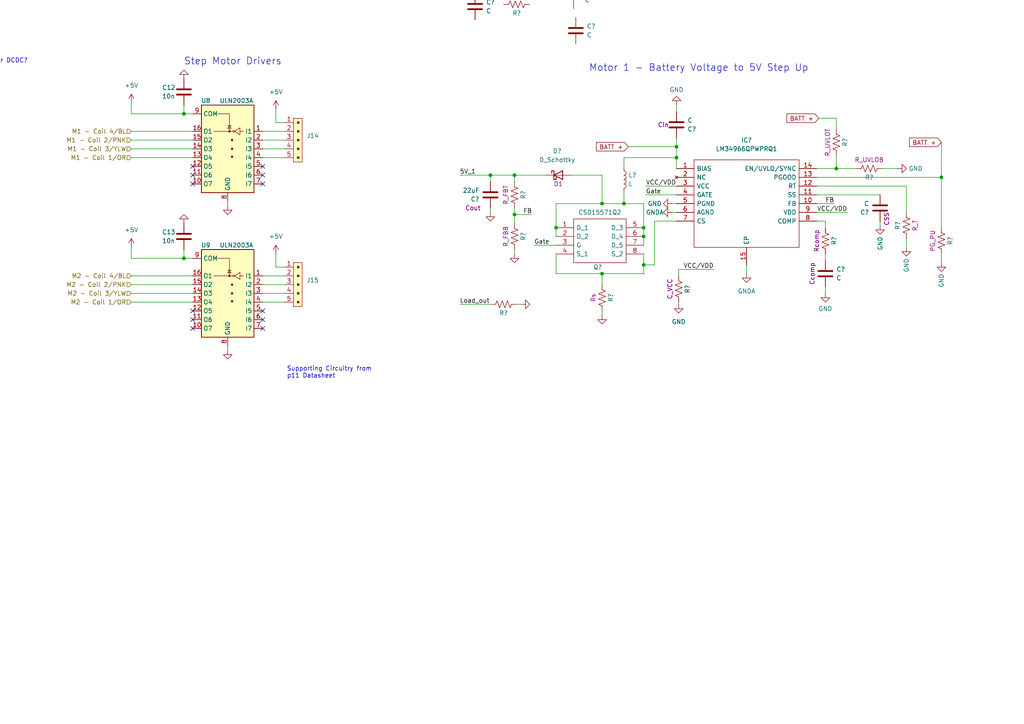
<source format=kicad_sch>
(kicad_sch (version 20211123) (generator eeschema)
  (paper "A4")
  (lib_symbols
    (symbol "CSD15571Q2:CSD15571Q2" (pin_names (offset 0.762))
      (property "Reference" "Q" (at 21.59 7.62 0))
      (property "Value" "CSD15571Q2" (at 21.59 5.08 0))
      (symbol "CSD15571Q2_0_0"
        (pin passive line (at 0 0 0) (length 5.08) (name "D_1") (number "1"))
        (pin passive line (at 0 -2.54 0) (length 5.08) (name "D_2") (number "2"))
        (pin passive line (at 0 -5.08 0) (length 5.08) (name "G") (number "3"))
        (pin passive line (at 0 -7.62 0) (length 5.08) (name "S_1") (number "4"))
        (pin passive line (at 25.4 0 180) (length 5.08) (name "D_3") (number "5"))
        (pin passive line (at 25.4 -2.54 180) (length 5.08) (name "D_4") (number "6"))
        (pin passive line (at 25.4 -5.08 180) (length 5.08) (name "D_5") (number "7"))
        (pin passive line (at 25.4 -7.62 180) (length 5.08) (name "S_2") (number "8"))
      )
      (symbol "CSD15571Q2_0_1"
        (polyline (pts (xy 5.08 2.54) (xy 20.32 2.54) (xy 20.32 -10.16) (xy 5.08 -10.16) (xy 5.08 2.54)) (stroke (width 0.1524)))
      )
    )
    (symbol "Device:C" (pin_numbers hide) (pin_names (offset 0.254))
      (property "Reference" "C" (at 0.635 2.54 0))
      (property "Value" "C" (at 0.635 -2.54 0))
      (symbol "C_0_1"
        (polyline (pts (xy -2.032 -0.762) (xy 2.032 -0.762)) (stroke (width 0.508)))
        (polyline (pts (xy -2.032 0.762) (xy 2.032 0.762)) (stroke (width 0.508)))
      )
      (symbol "C_1_1"
        (pin passive line (at 0 3.81 270) (length 2.794) (name "~") (number "1"))
        (pin passive line (at 0 -3.81 90) (length 2.794) (name "~") (number "2"))
      )
    )
    (symbol "Device:D_Schottky" (pin_numbers hide) (pin_names (offset 1.016) hide)
      (property "Reference" "D" (at 0 2.54 0))
      (property "Value" "D_Schottky" (at 0 -2.54 0))
      (symbol "D_Schottky_0_1"
        (polyline (pts (xy 1.27 0) (xy -1.27 0)))
        (polyline (pts (xy 1.27 1.27) (xy 1.27 -1.27) (xy -1.27 0) (xy 1.27 1.27)) (stroke (width 0.254)))
        (polyline (pts (xy -1.905 0.635) (xy -1.905 1.27) (xy -1.27 1.27) (xy -1.27 -1.27) (xy -0.635 -1.27) (xy -0.635 -0.635)) (stroke (width 0.254)))
      )
      (symbol "D_Schottky_1_1"
        (pin passive line (at -3.81 0 0) (length 2.54) (name "K") (number "1"))
        (pin passive line (at 3.81 0 180) (length 2.54) (name "A") (number "2"))
      )
    )
    (symbol "Device:L" (pin_numbers hide) (pin_names (offset 1.016) hide)
      (property "Reference" "L" (at -1.27 0 90))
      (property "Value" "L" (at 1.905 0 90))
      (symbol "L_0_1"
        (arc (start 0 -2.54) (mid 0.635 -1.905) (end 0 -1.27))
        (arc (start 0 -1.27) (mid 0.635 -0.635) (end 0 0))
        (arc (start 0 0) (mid 0.635 0.635) (end 0 1.27))
        (arc (start 0 1.27) (mid 0.635 1.905) (end 0 2.54))
      )
      (symbol "L_1_1"
        (pin passive line (at 0 3.81 270) (length 1.27) (name "1") (number "1"))
        (pin passive line (at 0 -3.81 90) (length 1.27) (name "2") (number "2"))
      )
    )
    (symbol "Device:R_US" (pin_numbers hide) (pin_names (offset 0))
      (property "Reference" "R" (at 2.54 0 90))
      (property "Value" "R_US" (at -2.54 0 90))
      (symbol "R_US_0_1"
        (polyline (pts (xy 0 -2.286) (xy 0 -2.54)))
        (polyline (pts (xy 0 2.286) (xy 0 2.54)))
        (polyline (pts (xy 0 -0.762) (xy 1.016 -1.143) (xy 0 -1.524) (xy -1.016 -1.905) (xy 0 -2.286)))
        (polyline (pts (xy 0 0.762) (xy 1.016 0.381) (xy 0 0) (xy -1.016 -0.381) (xy 0 -0.762)))
        (polyline (pts (xy 0 2.286) (xy 1.016 1.905) (xy 0 1.524) (xy -1.016 1.143) (xy 0 0.762)))
      )
      (symbol "R_US_1_1"
        (pin passive line (at 0 3.81 270) (length 1.27) (name "~") (number "1"))
        (pin passive line (at 0 -3.81 90) (length 1.27) (name "~") (number "2"))
      )
    )
    (symbol "LM34966QPWPRQ1:LM34966QPWPRQ1" (pin_names (offset 0.762))
      (property "Reference" "IC" (at 36.83 7.62 0))
      (property "Value" "LM34966QPWPRQ1" (at 36.83 5.08 0))
      (symbol "LM34966QPWPRQ1_0_0"
        (pin passive line (at 0 0 0) (length 5.08) (name "BIAS") (number "1"))
        (pin passive line (at 40.64 -10.16 180) (length 5.08) (name "FB") (number "10"))
        (pin passive line (at 40.64 -7.62 180) (length 5.08) (name "SS") (number "11"))
        (pin passive line (at 40.64 -5.08 180) (length 5.08) (name "RT") (number "12"))
        (pin passive line (at 40.64 -2.54 180) (length 5.08) (name "PGOOD") (number "13"))
        (pin passive line (at 40.64 0 180) (length 5.08) (name "EN/UVLO/SYNC") (number "14"))
        (pin passive line (at 20.32 -27.94 90) (length 5.08) (name "EP") (number "15"))
        (pin no_connect line (at 0 -2.54 0) (length 5.08) (name "NC") (number "2"))
        (pin passive line (at 0 -5.08 0) (length 5.08) (name "VCC") (number "3"))
        (pin passive line (at 0 -7.62 0) (length 5.08) (name "GATE") (number "4"))
        (pin passive line (at 0 -10.16 0) (length 5.08) (name "PGND") (number "5"))
        (pin passive line (at 0 -12.7 0) (length 5.08) (name "AGND") (number "6"))
        (pin passive line (at 0 -15.24 0) (length 5.08) (name "CS") (number "7"))
        (pin passive line (at 40.64 -15.24 180) (length 5.08) (name "COMP") (number "8"))
        (pin passive line (at 40.64 -12.7 180) (length 5.08) (name "VDD") (number "9"))
      )
      (symbol "LM34966QPWPRQ1_0_1"
        (polyline (pts (xy 5.08 2.54) (xy 35.56 2.54) (xy 35.56 -22.86) (xy 5.08 -22.86) (xy 5.08 2.54)) (stroke (width 0.1524)))
      )
    )
    (symbol "Transistor_Array:ULN2003A"
      (property "Reference" "U" (at 0 15.875 0))
      (property "Value" "ULN2003A" (at 0 13.97 0))
      (symbol "ULN2003A_0_1"
        (rectangle (start -7.62 -12.7) (end 7.62 12.7) (stroke (width 0.254)) (fill (type background)))
        (circle (center -1.778 5.08) (radius 0.254))
        (circle (center -1.27 -2.286) (radius 0.254) (fill (type outline)))
        (circle (center -1.27 0) (radius 0.254) (fill (type outline)))
        (circle (center -1.27 2.54) (radius 0.254) (fill (type outline)))
        (circle (center -0.508 5.08) (radius 0.254) (fill (type outline)))
        (polyline (pts (xy -4.572 5.08) (xy -3.556 5.08)))
        (polyline (pts (xy -1.524 5.08) (xy 4.064 5.08)))
        (polyline (pts (xy 0 6.731) (xy -1.016 6.731)))
        (polyline (pts (xy -0.508 5.08) (xy -0.508 10.16) (xy 2.921 10.16)))
        (polyline (pts (xy -3.556 6.096) (xy -3.556 4.064) (xy -2.032 5.08) (xy -3.556 6.096)))
        (polyline (pts (xy 0 5.969) (xy -1.016 5.969) (xy -0.508 6.731) (xy 0 5.969)))
      )
      (symbol "ULN2003A_1_1"
        (pin input line (at -10.16 5.08 0) (length 2.54) (name "I1") (number "1"))
        (pin open_collector line (at 10.16 -10.16 180) (length 2.54) (name "O7") (number "10"))
        (pin open_collector line (at 10.16 -7.62 180) (length 2.54) (name "O6") (number "11"))
        (pin open_collector line (at 10.16 -5.08 180) (length 2.54) (name "O5") (number "12"))
        (pin open_collector line (at 10.16 -2.54 180) (length 2.54) (name "O4") (number "13"))
        (pin open_collector line (at 10.16 0 180) (length 2.54) (name "O3") (number "14"))
        (pin open_collector line (at 10.16 2.54 180) (length 2.54) (name "O2") (number "15"))
        (pin open_collector line (at 10.16 5.08 180) (length 2.54) (name "O1") (number "16"))
        (pin input line (at -10.16 2.54 0) (length 2.54) (name "I2") (number "2"))
        (pin input line (at -10.16 0 0) (length 2.54) (name "I3") (number "3"))
        (pin input line (at -10.16 -2.54 0) (length 2.54) (name "I4") (number "4"))
        (pin input line (at -10.16 -5.08 0) (length 2.54) (name "I5") (number "5"))
        (pin input line (at -10.16 -7.62 0) (length 2.54) (name "I6") (number "6"))
        (pin input line (at -10.16 -10.16 0) (length 2.54) (name "I7") (number "7"))
        (pin power_in line (at 0 -15.24 90) (length 2.54) (name "GND") (number "8"))
        (pin passive line (at 10.16 10.16 180) (length 2.54) (name "COM") (number "9"))
      )
    )
    (symbol "dk_Rectangular-Connectors-Headers-Male-Pins:B5B-XH-A_LF__SN_" (pin_names (offset 1.016))
      (property "Reference" "J" (at -2.54 -1.27 0))
      (property "Value" "B5B-XH-A_LF__SN_" (at 5.08 -3.81 0))
      (symbol "B5B-XH-A_LF__SN__1_1"
        (rectangle (start -1.27 0) (end 11.43 -2.54) (fill (type background)))
        (rectangle (start -0.254 -1.143) (end 0.254 -1.651) (fill (type outline)))
        (rectangle (start 2.286 -1.143) (end 2.794 -1.651) (fill (type outline)))
        (rectangle (start 4.826 -1.143) (end 5.334 -1.651) (fill (type outline)))
        (rectangle (start 7.366 -1.143) (end 7.874 -1.651) (fill (type outline)))
        (rectangle (start 9.906 -1.143) (end 10.414 -1.651) (fill (type outline)))
        (pin passive line (at 0 2.54 270) (length 2.54) (name "~") (number "1"))
        (pin passive line (at 2.54 2.54 270) (length 2.54) (name "~") (number "2"))
        (pin passive line (at 5.08 2.54 270) (length 2.54) (name "~") (number "3"))
        (pin passive line (at 7.62 2.54 270) (length 2.54) (name "~") (number "4"))
        (pin passive line (at 10.16 2.54 270) (length 2.54) (name "~") (number "5"))
      )
    )
    (symbol "power:+5V" (power) (pin_names (offset 0))
      (property "Value" "+5V" (at 0 3.556 0))
      (symbol "+5V_0_1"
        (polyline (pts (xy -0.762 1.27) (xy 0 2.54)))
        (polyline (pts (xy 0 0) (xy 0 2.54)))
        (polyline (pts (xy 0 2.54) (xy 0.762 1.27)))
      )
      (symbol "+5V_1_1"
        (pin power_in line (at 0 0 90) (length 0) hide (name "+5V") (number "1"))
      )
    )
    (symbol "power:GND" (power) (pin_names (offset 0))
      (property "Value" "GND" (at 0 -3.81 0))
      (symbol "GND_0_1"
        (polyline (pts (xy 0 0) (xy 0 -1.27) (xy 1.27 -1.27) (xy 0 -2.54) (xy -1.27 -1.27) (xy 0 -1.27)))
      )
      (symbol "GND_1_1"
        (pin power_in line (at 0 0 270) (length 0) hide (name "GND") (number "1"))
      )
    )
    (symbol "power:GNDA" (power) (pin_names (offset 0))
      (property "Value" "GNDA" (at 0 -3.81 0))
      (symbol "GNDA_0_1"
        (polyline (pts (xy 0 0) (xy 0 -1.27) (xy 1.27 -1.27) (xy 0 -2.54) (xy -1.27 -1.27) (xy 0 -1.27)))
      )
      (symbol "GNDA_1_1"
        (pin power_in line (at 0 0 270) (length 0) hide (name "GNDA") (number "1"))
      )
    )
  )
  (junction (at 186.69 76.835))
  (junction (at 196.215 45.72))
  (junction (at 149.225 62.23))
  (junction (at 53.34 33.02))
  (junction (at 53.34 74.93))
  (junction (at 174.625 59.055))
  (junction (at 242.57 48.895))
  (junction (at 161.29 66.04))
  (junction (at 196.215 42.545))
  (junction (at 186.69 66.04))
  (junction (at 273.05 51.435))
  (junction (at 149.225 50.8))
  (junction (at 180.975 59.055))
  (junction (at 142.24 50.8))
  (junction (at 174.625 79.375))
  (junction (at 186.69 68.58))
  (no_connect (at 76.2 50.8))
  (no_connect (at 76.2 95.25))
  (no_connect (at 55.88 95.25))
  (no_connect (at 76.2 48.26))
  (no_connect (at 76.2 90.17))
  (no_connect (at 76.2 53.34))
  (no_connect (at 55.88 50.8))
  (no_connect (at 55.88 53.34))
  (no_connect (at 55.88 48.26))
  (no_connect (at 55.88 90.17))
  (no_connect (at 55.88 92.71))
  (no_connect (at 76.2 92.71))
  (wire (pts (xy 161.29 73.66) (xy 161.29 79.375)))
  (wire (pts (xy 82.55 40.64) (xy 76.2 40.64)))
  (wire (pts (xy 149.225 60.325) (xy 149.225 62.23)))
  (wire (pts (xy 174.625 90.17) (xy 174.625 91.44)))
  (wire (pts (xy 242.57 48.895) (xy 242.57 45.085)))
  (wire (pts (xy 133.35 50.8) (xy 142.24 50.8)))
  (wire (pts (xy 239.395 73.66) (xy 239.395 75.565)))
  (wire (pts (xy 53.34 33.02) (xy 38.1 33.02)))
  (wire (pts (xy 82.55 77.47) (xy 80.01 77.47)))
  (wire (pts (xy 53.34 72.39) (xy 53.34 74.93)))
  (wire (pts (xy 82.55 43.18) (xy 76.2 43.18)))
  (wire (pts (xy 196.215 61.595) (xy 194.945 61.595)))
  (wire (pts (xy 255.905 48.895) (xy 260.35 48.895)))
  (wire (pts (xy 133.35 88.265) (xy 142.24 88.265)))
  (wire (pts (xy 82.55 38.1) (xy 76.2 38.1)))
  (wire (pts (xy 196.215 32.385) (xy 196.215 30.48)))
  (wire (pts (xy 180.975 45.72) (xy 180.975 48.26)))
  (wire (pts (xy 149.225 62.23) (xy 149.225 64.77)))
  (wire (pts (xy 142.24 50.8) (xy 142.24 52.705)))
  (wire (pts (xy 186.69 76.835) (xy 189.865 76.835)))
  (wire (pts (xy 53.34 30.48) (xy 53.34 33.02)))
  (wire (pts (xy 174.625 59.055) (xy 174.625 50.8)))
  (wire (pts (xy 55.88 40.64) (xy 38.1 40.64)))
  (wire (pts (xy 196.215 45.72) (xy 196.215 42.545)))
  (wire (pts (xy 196.215 48.895) (xy 196.215 45.72)))
  (wire (pts (xy 149.225 50.8) (xy 158.115 50.8)))
  (wire (pts (xy 53.34 74.93) (xy 38.1 74.93)))
  (wire (pts (xy 196.215 42.545) (xy 196.215 40.005)))
  (wire (pts (xy 262.89 69.215) (xy 262.89 71.755)))
  (wire (pts (xy 174.625 79.375) (xy 186.69 79.375)))
  (wire (pts (xy 149.225 62.23) (xy 154.305 62.23)))
  (wire (pts (xy 149.86 88.265) (xy 151.13 88.265)))
  (wire (pts (xy 142.24 60.325) (xy 142.24 61.595)))
  (wire (pts (xy 80.01 73.66) (xy 80.01 77.47)))
  (wire (pts (xy 55.88 38.1) (xy 38.1 38.1)))
  (wire (pts (xy 55.88 87.63) (xy 38.1 87.63)))
  (wire (pts (xy 82.55 35.56) (xy 80.01 35.56)))
  (wire (pts (xy 55.88 45.72) (xy 38.1 45.72)))
  (wire (pts (xy 161.29 59.055) (xy 174.625 59.055)))
  (wire (pts (xy 242.57 48.895) (xy 248.285 48.895)))
  (wire (pts (xy 149.225 72.39) (xy 149.225 73.66)))
  (wire (pts (xy 149.225 50.8) (xy 142.24 50.8)))
  (wire (pts (xy 186.69 66.04) (xy 186.69 59.055)))
  (wire (pts (xy 55.88 43.18) (xy 38.1 43.18)))
  (wire (pts (xy 161.29 66.04) (xy 161.29 59.055)))
  (wire (pts (xy 55.88 82.55) (xy 38.1 82.55)))
  (wire (pts (xy 55.88 85.09) (xy 38.1 85.09)))
  (wire (pts (xy 165.735 50.8) (xy 174.625 50.8)))
  (wire (pts (xy 196.85 78.105) (xy 207.01 78.105)))
  (wire (pts (xy 38.1 33.02) (xy 38.1 29.845)))
  (wire (pts (xy 186.69 68.58) (xy 186.69 71.12)))
  (wire (pts (xy 82.55 80.01) (xy 76.2 80.01)))
  (wire (pts (xy 196.85 78.105) (xy 196.85 80.01)))
  (wire (pts (xy 273.05 51.435) (xy 273.05 66.04)))
  (wire (pts (xy 180.975 55.88) (xy 180.975 59.055)))
  (wire (pts (xy 196.215 45.72) (xy 180.975 45.72)))
  (wire (pts (xy 216.535 76.835) (xy 216.535 79.375)))
  (wire (pts (xy 186.69 79.375) (xy 186.69 76.835)))
  (wire (pts (xy 187.325 53.975) (xy 196.215 53.975)))
  (wire (pts (xy 161.29 79.375) (xy 174.625 79.375)))
  (wire (pts (xy 189.865 64.135) (xy 196.215 64.135)))
  (wire (pts (xy 38.1 74.93) (xy 38.1 71.755)))
  (wire (pts (xy 182.245 42.545) (xy 196.215 42.545)))
  (wire (pts (xy 236.855 53.975) (xy 262.89 53.975)))
  (wire (pts (xy 273.05 41.275) (xy 273.05 51.435)))
  (wire (pts (xy 180.975 59.055) (xy 186.69 59.055)))
  (wire (pts (xy 236.855 48.895) (xy 242.57 48.895)))
  (wire (pts (xy 82.55 85.09) (xy 76.2 85.09)))
  (wire (pts (xy 149.225 50.8) (xy 149.225 52.705)))
  (wire (pts (xy 239.395 83.185) (xy 239.395 85.09)))
  (wire (pts (xy 189.865 76.835) (xy 189.865 64.135)))
  (wire (pts (xy 245.745 61.595) (xy 236.855 61.595)))
  (wire (pts (xy 236.855 56.515) (xy 255.27 56.515)))
  (wire (pts (xy 196.85 87.63) (xy 196.85 88.265)))
  (wire (pts (xy 66.04 100.33) (xy 66.04 101.6)))
  (wire (pts (xy 236.855 51.435) (xy 273.05 51.435)))
  (wire (pts (xy 154.94 71.12) (xy 161.29 71.12)))
  (wire (pts (xy 187.325 56.515) (xy 196.215 56.515)))
  (wire (pts (xy 186.69 66.04) (xy 186.69 68.58)))
  (wire (pts (xy 237.49 34.29) (xy 242.57 34.29)))
  (wire (pts (xy 55.88 74.93) (xy 53.34 74.93)))
  (wire (pts (xy 242.57 34.29) (xy 242.57 37.465)))
  (wire (pts (xy 82.55 87.63) (xy 76.2 87.63)))
  (wire (pts (xy 174.625 79.375) (xy 174.625 82.55)))
  (wire (pts (xy 161.29 68.58) (xy 161.29 66.04)))
  (wire (pts (xy 80.01 31.75) (xy 80.01 35.56)))
  (wire (pts (xy 239.395 66.04) (xy 239.395 64.135)))
  (wire (pts (xy 76.2 45.72) (xy 82.55 45.72)))
  (wire (pts (xy 239.395 64.135) (xy 236.855 64.135)))
  (wire (pts (xy 186.69 76.835) (xy 186.69 73.66)))
  (wire (pts (xy 196.215 59.055) (xy 194.945 59.055)))
  (wire (pts (xy 66.04 58.42) (xy 66.04 59.69)))
  (wire (pts (xy 236.855 59.055) (xy 241.935 59.055)))
  (wire (pts (xy 273.05 73.66) (xy 273.05 76.2)))
  (wire (pts (xy 82.55 82.55) (xy 76.2 82.55)))
  (wire (pts (xy 55.88 80.01) (xy 38.1 80.01)))
  (wire (pts (xy 174.625 59.055) (xy 180.975 59.055)))
  (wire (pts (xy 255.27 64.135) (xy 255.27 65.405)))
  (wire (pts (xy 262.89 53.975) (xy 262.89 61.595)))
  (wire (pts (xy 55.88 33.02) (xy 53.34 33.02)))
  (text "Step Motor Drivers" (at 53.34 19.05 0) (effects (font (size 2 2)) (justify left bottom)))
  (text "Add mosfets to toggle power in- on 5V regulator perhaps?\nAdd switching regulator" (at 41.91 -3.175 0) (effects (font (size 1.27 1.27)) (justify left bottom)))
  (text "Motor 1 - Battery Voltage to 5V Step Up " (at 170.815 20.955 0) (effects (font (size 2 2)) (justify left bottom)))
  (text "TODO:\n- Advanced: clock sync for EMI consideration with other DCDC?" (at -54.61 18.415 0) (effects (font (size 1.27 1.27)) (justify left bottom)))
  (text "Supporting Circuitry from \np11 Datasheet" (at 83.185 109.855 0) (effects (font (size 1.27 1.27)) (justify left bottom)))
  (label "VCC{slash}VDD" (at 245.745 61.595 180))
  (label "Load_out" (at 133.35 88.265 0))
  (label "FB" (at 241.935 59.055 180))
  (label "VCC{slash}VDD" (at 187.325 53.975 0))
  (label "FB" (at 154.305 62.23 180))
  (label "Gate" (at 187.325 56.515 0))
  (label "VCC{slash}VDD" (at 207.01 78.105 180))
  (label "5V_1" (at 133.35 50.8 0))
  (label "Gate" (at 154.94 71.12 0))
  (global_label "BATT +" (shape input) (at 237.49 34.29 180) (property "Intersheet References" "${INTERSHEET_REFS}" (effects hide)))
  (global_label "BATT +" (shape input) (at 273.05 41.275 180) (property "Intersheet References" "${INTERSHEET_REFS}" (effects hide)))
  (global_label "BATT +" (shape input) (at 182.245 42.545 180) (property "Intersheet References" "${INTERSHEET_REFS}" (effects hide)))
  (hierarchical_label "M1 - Coil 3{slash}YLW" (shape input) (at 38.1 43.18 180))
  (hierarchical_label "M1 - Coil 1{slash}OR" (shape input) (at 38.1 45.72 180))
  (hierarchical_label "M1 - Coil 2{slash}PNK" (shape input) (at 38.1 40.64 180))
  (hierarchical_label "M2 - Coil 2{slash}PNK" (shape input) (at 38.1 82.55 180))
  (hierarchical_label "M2 - Coil 1{slash}OR" (shape input) (at 38.1 87.63 180))
  (hierarchical_label "M2 - Coil 4{slash}BL" (shape input) (at 38.1 80.01 180))
  (hierarchical_label "M1 - Coil 4{slash}BL" (shape input) (at 38.1 38.1 180))
  (hierarchical_label "M2 - Coil 3{slash}YLW" (shape input) (at 38.1 85.09 180))
  (symbol (lib_id "power:GND") (at 174.625 91.44 0) (mirror y) (unit 1)
    (property "Reference" "#PWR?" (effects hide))
    (property "Value" "GND" (effects hide))
  )
  (symbol (lib_id "Device:C") (at 239.395 79.375 0) (unit 1)
    (property "Reference" "C?" (at 242.57 78.1049 0) (effects (justify left)))
    (property "Value" "C" (at 242.57 80.6449 0) (effects (justify left)))
    (property "Part" "Ccomp" (at 235.585 79.375 90))
  )
  (symbol (lib_id "Device:C") (at 167.005 8.89 0) (unit 1)
    (property "Reference" "C?" (at 170.18 7.6199 0) (effects (justify left)))
    (property "Value" "C" (at 170.18 10.1599 0) (effects (justify left)))
  )
  (symbol (lib_id "dk_Rectangular-Connectors-Headers-Male-Pins:B5B-XH-A_LF__SN_") (at 85.09 77.47 90) (mirror x) (unit 1)
    (property "Reference" "J15" (at 88.9 81.2799 90) (effects (justify right)))
    (property "Value" "Step_connector" (effects hide))
    (property "Footprint" "digikey-footprints:PinHeader_1x5_P2.5mm_Drill1.1mm" (effects hide))
    (property "Datasheet" "http://www.jst-mfg.com/product/pdf/eng/eXH.pdf" (effects hide))
    (property "MPN" "B5B-XH-A(LF)(SN)" (effects hide))
    (property "Digi-Key_PN" "455-2270-ND" (effects hide))
    (property "Category" "Connectors, Interconnects" (effects hide))
    (property "Family" "Rectangular Connectors - Headers, Male Pins" (effects hide))
    (property "DK_Datasheet_Link" "http://www.jst-mfg.com/product/pdf/eng/eXH.pdf" (effects hide))
    (property "DK_Detail_Page" "/product-detail/en/jst-sales-america-inc/B5B-XH-A(LF)(SN)/455-2270-ND/1530483" (effects hide))
    (property "Description" "CONN HEADER VERT 5POS 2.5MM" (effects hide))
    (property "Manufacturer" "JST Sales America Inc." (effects hide))
    (property "Status" "Active" (effects hide))
  )
  (symbol (lib_id "Device:C") (at 142.24 56.515 180) (unit 1)
    (property "Reference" "C?" (at 139.065 57.7851 0) (effects (justify left)))
    (property "Value" "22uF" (at 139.065 55.2451 0) (effects (justify left)))
    (property "Footprint" "Capacitor_SMD:C_0805_2012Metric" (effects hide))
    (property "MPN" "C2012X7S1A226M125AC" (effects hide))
    (property "Part" "Cout" (at 137.16 60.325 0))
  )
  (symbol (lib_id "power:GND") (at 66.04 59.69 0) (mirror y) (unit 1)
    (property "Reference" "#PWR043" (effects hide))
    (property "Value" "GND" (effects hide))
  )
  (symbol (lib_id "Device:R_US") (at 149.225 68.58 0) (unit 1)
    (property "Reference" "R?" (at 151.765 69.85 90) (effects (justify left)))
    (property "Value" "4.7k" (effects hide))
    (property "Footprint" "Resistor_SMD:R_0201_0603Metric" (effects hide))
    (property "MPN" "RG1608P-472-B-T5" (effects hide))
    (property "Part" "R_FBB" (at 146.685 68.58 90))
  )
  (symbol (lib_id "Device:R_US") (at 149.86 1.27 270) (unit 1)
    (property "Reference" "R?" (at 148.59 3.81 90) (effects (justify left)))
    (property "Value" "R" (effects hide))
  )
  (symbol (lib_id "LM34966QPWPRQ1:LM34966QPWPRQ1") (at 196.215 48.895 0) (unit 1)
    (property "Reference" "IC?" (at 216.535 40.64 0))
    (property "Value" "LM34966QPWPRQ1" (at 216.535 43.18 0))
    (property "Footprint" "SOP65P640X120-15N" (effects hide))
    (property "Datasheet" "https://www.ti.com/lit/ds/symlink/lm34966-q1.pdf?ts=1623394779229&ref_url=https%253A%252F%252Fwww.ti.com%252Fproduct%252FLM34966-Q1%253FkeyMatch%253DLM34966QPWPRQ1%2526tisearch%253Dsearch-everything%2526usecase%253DOPN" (effects hide))
    (property "Description" "Switching Controllers 500-kHz wide VIN nonsynchronous boost, flyback, & SEPIC controller 14-HTSSOP -40 to 150" (effects hide))
    (property "Height" "1.2" (effects hide))
    (property "Mouser Part Number" "595-LM34966QPWPRQ1" (effects hide))
    (property "Mouser Price/Stock" "https://www.mouser.co.uk/ProductDetail/Texas-Instruments/LM34966QPWPRQ1?qs=zW32dvEIR3tnRgqzlr9chw%3D%3D" (effects hide))
    (property "Manufacturer_Name" "Texas Instruments" (effects hide))
    (property "Manufacturer_Part_Number" "LM34966QPWPRQ1" (effects hide))
  )
  (symbol (lib_id "power:GND") (at 142.24 61.595 0) (mirror y) (unit 1)
    (property "Reference" "#PWR?" (effects hide))
    (property "Value" "GND" (effects hide))
  )
  (symbol (lib_id "Device:R_US") (at 151.13 -6.35 270) (unit 1)
    (property "Reference" "R?" (at 149.86 -3.81 90) (effects (justify left)))
    (property "Value" "R" (effects hide))
  )
  (symbol (lib_id "power:GND") (at 151.13 88.265 90) (mirror x) (unit 1)
    (property "Reference" "#PWR?" (effects hide))
    (property "Value" "GND" (effects hide))
  )
  (symbol (lib_id "CSD15571Q2:CSD15571Q2") (at 161.29 66.04 0) (unit 1)
    (property "Reference" "Q?" (at 173.355 77.47 0))
    (property "Value" "CSD15571Q2" (at 173.99 61.595 0))
    (property "Footprint" "CSD15571Q2" (effects hide))
    (property "Datasheet" "http://www.ti.com/lit/gpn/csd15571q2" (effects hide))
    (property "Description" "20V, N ch NexFET MOSFET, single SON2x2, 19.2mOhm" (effects hide))
    (property "Height" "0.8" (effects hide))
    (property "Mouser Part Number" "595-CSD15571Q2" (effects hide))
    (property "Mouser Price/Stock" "https://www.mouser.co.uk/ProductDetail/Texas-Instruments/CSD15571Q2?qs=OGNXFUZBARuNT0xCwaBM7Q%3D%3D" (effects hide))
    (property "Manufacturer_Name" "Texas Instruments" (effects hide))
    (property "Manufacturer_Part_Number" "CSD15571Q2" (effects hide))
  )
  (symbol (lib_id "power:+5V") (at 38.1 71.755 0) (mirror y) (unit 1)
    (property "Reference" "#PWR045" (effects hide))
    (property "Value" "+5V" (at 38.1 66.675 0))
  )
  (symbol (lib_id "power:GND") (at 239.395 85.09 0) (unit 1)
    (property "Reference" "#PWR?" (effects hide))
    (property "Value" "GND" (at 239.395 89.535 0))
  )
  (symbol (lib_id "Device:R_US") (at 242.57 41.275 0) (unit 1)
    (property "Reference" "R?" (at 245.11 42.545 90) (effects (justify left)))
    (property "Value" "R" (effects hide))
    (property "MPN" "MPN" (effects hide))
    (property "Part" "R_UVLOT" (at 240.03 41.275 90))
  )
  (symbol (lib_id "power:GNDA") (at 216.535 79.375 0) (unit 1)
    (property "Reference" "#PWR?" (effects hide))
    (property "Value" "GNDA" (at 216.535 84.455 0))
  )
  (symbol (lib_id "Device:C") (at 196.215 36.195 0) (mirror x) (unit 1)
    (property "Reference" "C?" (at 199.39 37.4651 0) (effects (justify left)))
    (property "Value" "C" (at 199.39 34.9251 0) (effects (justify left)))
    (property "Part" "Cin" (at 192.405 36.195 0))
  )
  (symbol (lib_id "Device:R_US") (at 196.85 83.82 0) (unit 1)
    (property "Reference" "R?" (at 199.39 85.09 90) (effects (justify left)))
    (property "Value" "R" (effects hide))
    (property "MPN" "MPN" (effects hide))
    (property "Part" "C_VCC" (at 194.31 83.82 90))
  )
  (symbol (lib_id "power:+5V") (at 38.1 29.845 0) (mirror y) (unit 1)
    (property "Reference" "#PWR041" (effects hide))
    (property "Value" "+5V" (at 38.1 24.765 0))
  )
  (symbol (lib_id "power:GND") (at 196.215 30.48 0) (mirror x) (unit 1)
    (property "Reference" "#PWR?" (effects hide))
    (property "Value" "GND" (at 196.215 26.035 0))
  )
  (symbol (lib_id "Device:C") (at 165.1 -13.335 0) (unit 1)
    (property "Reference" "C?" (at 168.275 -14.6051 0) (effects (justify left)))
    (property "Value" "C" (at 168.275 -12.0651 0) (effects (justify left)))
  )
  (symbol (lib_id "power:GND") (at 194.945 59.055 270) (mirror x) (unit 1)
    (property "Reference" "#PWR?" (effects hide))
    (property "Value" "GND" (at 189.865 59.055 90))
  )
  (symbol (lib_id "power:GND") (at 149.225 73.66 0) (mirror y) (unit 1)
    (property "Reference" "#PWR?" (effects hide))
    (property "Value" "GND" (effects hide))
  )
  (symbol (lib_id "Device:R_US") (at 146.05 88.265 270) (unit 1)
    (property "Reference" "R?" (at 144.78 90.805 90) (effects (justify left)))
    (property "Value" "R" (effects hide))
  )
  (symbol (lib_id "power:GNDA") (at 194.945 61.595 270) (unit 1)
    (property "Reference" "#PWR?" (effects hide))
    (property "Value" "GNDA" (at 187.325 61.595 90) (effects (justify left)))
  )
  (symbol (lib_id "Device:C") (at 166.37 -1.27 0) (unit 1)
    (property "Reference" "C?" (at 169.545 -2.5401 0) (effects (justify left)))
    (property "Value" "C" (at 169.545 -0.0001 0) (effects (justify left)))
  )
  (symbol (lib_id "power:GND") (at 260.35 48.895 90) (unit 1)
    (property "Reference" "#PWR?" (effects hide))
    (property "Value" "GND" (at 263.525 48.8949 90) (effects (justify right)))
  )
  (symbol (lib_id "power:GND") (at 273.05 76.2 0) (unit 1)
    (property "Reference" "#PWR?" (effects hide))
    (property "Value" "GND" (at 273.0501 79.375 90) (effects (justify right)))
  )
  (symbol (lib_id "Device:C") (at 53.34 68.58 0) (mirror y) (unit 1)
    (property "Reference" "C13" (at 46.99 67.31 0) (effects (justify right)))
    (property "Value" "10n" (at 46.99 69.85 0) (effects (justify right)))
    (property "Footprint" "Capacitor_SMD:C_0805_2012Metric" (effects hide))
    (property "MPN" "0805YC103MAT2A" (effects hide))
  )
  (symbol (lib_id "Device:R_US") (at 177.165 -13.97 270) (unit 1)
    (property "Reference" "R?" (at 175.895 -11.43 90) (effects (justify left)))
    (property "Value" "R" (effects hide))
  )
  (symbol (lib_id "power:GND") (at 196.85 88.265 0) (unit 1)
    (property "Reference" "#PWR?" (effects hide))
    (property "Value" "GND" (at 196.85 93.345 0))
  )
  (symbol (lib_id "dk_Rectangular-Connectors-Headers-Male-Pins:B5B-XH-A_LF__SN_") (at 85.09 35.56 90) (mirror x) (unit 1)
    (property "Reference" "J14" (at 88.9 39.3699 90) (effects (justify right)))
    (property "Value" "Step_connector" (effects hide))
    (property "Footprint" "digikey-footprints:PinHeader_1x5_P2.5mm_Drill1.1mm" (effects hide))
    (property "Datasheet" "http://www.jst-mfg.com/product/pdf/eng/eXH.pdf" (effects hide))
    (property "MPN" "B5B-XH-A(LF)(SN)" (effects hide))
    (property "Digi-Key_PN" "455-2270-ND" (effects hide))
    (property "Category" "Connectors, Interconnects" (effects hide))
    (property "Family" "Rectangular Connectors - Headers, Male Pins" (effects hide))
    (property "DK_Datasheet_Link" "http://www.jst-mfg.com/product/pdf/eng/eXH.pdf" (effects hide))
    (property "DK_Detail_Page" "/product-detail/en/jst-sales-america-inc/B5B-XH-A(LF)(SN)/455-2270-ND/1530483" (effects hide))
    (property "Description" "CONN HEADER VERT 5POS 2.5MM" (effects hide))
    (property "Manufacturer" "JST Sales America Inc." (effects hide))
    (property "Status" "Active" (effects hide))
  )
  (symbol (lib_id "power:GND") (at 255.27 65.405 0) (unit 1)
    (property "Reference" "#PWR?" (effects hide))
    (property "Value" "GND" (at 255.2701 68.58 90) (effects (justify right)))
  )
  (symbol (lib_id "Transistor_Array:ULN2003A") (at 66.04 43.18 0) (mirror y) (unit 1)
    (property "Reference" "U8" (at 59.69 29.21 0))
    (property "Value" "ULN2003A" (at 68.58 29.21 0))
    (property "Footprint" "Miles Added:ULN2003ADR2G_OSI" (effects hide))
    (property "Datasheet" "http://www.ti.com/lit/ds/symlink/uln2003a.pdf" (effects hide))
    (property "MPN" "ULN2003ADR2G" (effects hide))
  )
  (symbol (lib_id "power:+5V") (at 80.01 31.75 0) (mirror y) (unit 1)
    (property "Reference" "#PWR042" (effects hide))
    (property "Value" "+5V" (at 80.01 26.67 0))
  )
  (symbol (lib_id "power:GND") (at 262.89 71.755 0) (unit 1)
    (property "Reference" "#PWR?" (effects hide))
    (property "Value" "GND" (at 262.8901 74.93 90) (effects (justify right)))
  )
  (symbol (lib_id "Transistor_Array:ULN2003A") (at 66.04 85.09 0) (mirror y) (unit 1)
    (property "Reference" "U9" (at 59.69 71.12 0))
    (property "Value" "ULN2003A" (at 68.58 71.12 0))
    (property "Footprint" "Miles Added:ULN2003ADR2G_OSI" (effects hide))
    (property "Datasheet" "http://www.ti.com/lit/ds/symlink/uln2003a.pdf" (effects hide))
    (property "MPN" "ULN2003ADR2G" (effects hide))
  )
  (symbol (lib_id "Device:C") (at 139.065 -5.715 0) (unit 1)
    (property "Reference" "C?" (at 142.24 -6.9851 0) (effects (justify left)))
    (property "Value" "C" (at 142.24 -4.4451 0) (effects (justify left)))
  )
  (symbol (lib_id "Device:D_Schottky") (at 161.925 50.8 0) (unit 1)
    (property "Reference" "D?" (at 161.6075 43.815 0))
    (property "Value" "D_Schottky" (at 161.6075 46.355 0))
    (property "Part" "D1" (at 161.925 53.34 0))
  )
  (symbol (lib_id "Device:C") (at 255.27 60.325 180) (unit 1)
    (property "Reference" "C?" (at 252.095 61.5951 0) (effects (justify left)))
    (property "Value" "C" (at 252.095 59.0551 0) (effects (justify left)))
    (property "Part" "CSS" (at 257.175 63.5 90))
  )
  (symbol (lib_id "Device:R_US") (at 252.095 48.895 270) (unit 1)
    (property "Reference" "R?" (at 250.825 51.435 90) (effects (justify left)))
    (property "Value" "R" (effects hide))
    (property "Part" "R_UVLOB" (at 252.095 46.355 90))
  )
  (symbol (lib_id "power:GND") (at 53.34 22.86 0) (mirror x) (unit 1)
    (property "Reference" "#PWR040" (effects hide))
    (property "Value" "GND" (effects hide))
  )
  (symbol (lib_id "Device:L") (at 180.975 52.07 0) (unit 1)
    (property "Reference" "L?" (at 182.245 50.7999 0) (effects (justify left)))
    (property "Value" "L" (at 182.245 53.3399 0) (effects (justify left)))
    (property "Part" "Lm" (effects hide))
  )
  (symbol (lib_id "Device:R_US") (at 239.395 69.85 0) (unit 1)
    (property "Reference" "R?" (at 241.935 71.12 90) (effects (justify left)))
    (property "Value" "R" (effects hide))
    (property "MPN" "MPN" (effects hide))
    (property "Part" "Rcomp" (at 236.855 69.85 90))
  )
  (symbol (lib_id "Device:C") (at 53.34 26.67 0) (mirror y) (unit 1)
    (property "Reference" "C12" (at 46.99 25.4 0) (effects (justify right)))
    (property "Value" "10n" (at 46.99 27.94 0) (effects (justify right)))
    (property "Footprint" "Capacitor_SMD:C_0805_2012Metric" (effects hide))
    (property "MPN" "0805YC103MAT2A" (effects hide))
  )
  (symbol (lib_id "power:GND") (at 66.04 101.6 0) (mirror y) (unit 1)
    (property "Reference" "#PWR047" (effects hide))
    (property "Value" "GND" (effects hide))
  )
  (symbol (lib_id "Device:R_US") (at 174.625 86.36 0) (unit 1)
    (property "Reference" "R?" (at 177.165 87.63 90) (effects (justify left)))
    (property "Value" "R" (effects hide))
    (property "MPN" "MPN" (effects hide))
    (property "Part" "Rs" (at 172.085 86.36 90))
  )
  (symbol (lib_id "Device:R_US") (at 273.05 69.85 0) (unit 1)
    (property "Reference" "R?" (at 275.59 71.12 90) (effects (justify left)))
    (property "Value" "10k" (effects hide))
    (property "Part" "PG_PU" (at 270.51 69.85 90))
  )
  (symbol (lib_id "Device:R_US") (at 262.89 65.405 180) (unit 1)
    (property "Reference" "R?" (at 260.35 64.135 90) (effects (justify left)))
    (property "Value" "49.9k" (effects hide))
    (property "Footprint" "Resistor_SMD:R_0201_0603Metric" (effects hide))
    (property "MPN" "CRCW060349K9FKEA" (effects hide))
    (property "Part" "R_T" (at 265.43 65.405 90))
  )
  (symbol (lib_id "power:GND") (at 53.34 64.77 0) (mirror x) (unit 1)
    (property "Reference" "#PWR044" (effects hide))
    (property "Value" "GND" (effects hide))
  )
  (symbol (lib_id "Device:R_US") (at 149.225 56.515 0) (unit 1)
    (property "Reference" "R?" (at 151.765 57.785 90) (effects (justify left)))
    (property "Value" "18.7k" (effects hide))
    (property "Footprint" "Resistor_SMD:R_0201_0603Metric" (effects hide))
    (property "MPN" "RG1608P-1872-B-T5" (effects hide))
    (property "Part" "R_FBT" (at 146.685 56.515 90))
  )
  (symbol (lib_id "Device:C") (at 137.795 1.905 0) (unit 1)
    (property "Reference" "C?" (at 140.97 0.6349 0) (effects (justify left)))
    (property "Value" "C" (at 140.97 3.1749 0) (effects (justify left)))
  )
  (symbol (lib_id "power:+5V") (at 80.01 73.66 0) (mirror y) (unit 1)
    (property "Reference" "#PWR046" (effects hide))
    (property "Value" "+5V" (at 80.01 68.58 0))
  )
)
</source>
